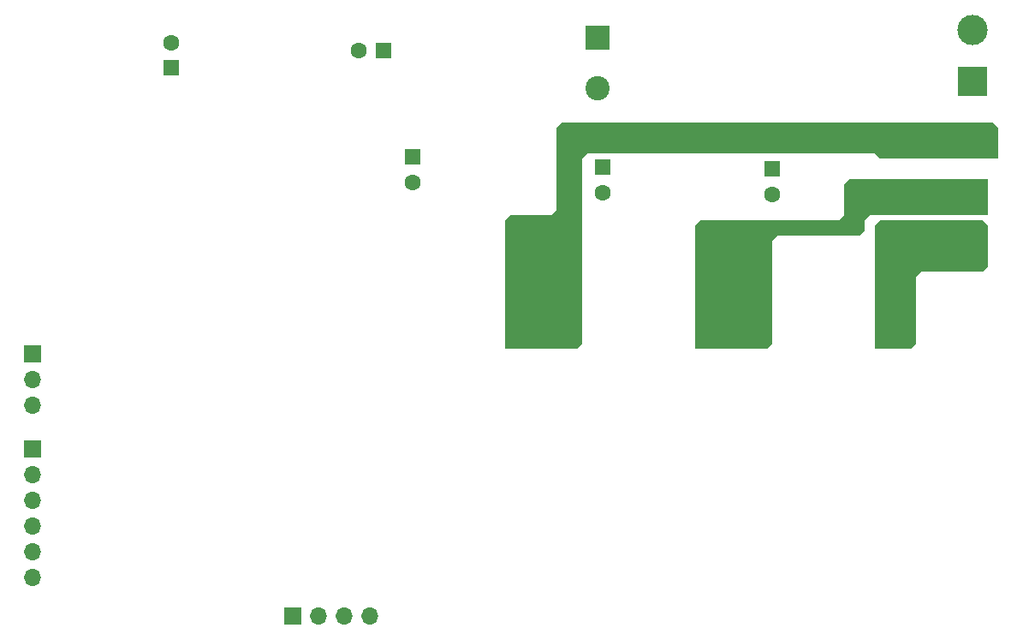
<source format=gbr>
%TF.GenerationSoftware,KiCad,Pcbnew,(6.0.4)*%
%TF.CreationDate,2023-07-08T23:20:56+08:00*%
%TF.ProjectId,STM32G431CBT6,53544d33-3247-4343-9331-434254362e6b,rev?*%
%TF.SameCoordinates,Original*%
%TF.FileFunction,Soldermask,Bot*%
%TF.FilePolarity,Negative*%
%FSLAX46Y46*%
G04 Gerber Fmt 4.6, Leading zero omitted, Abs format (unit mm)*
G04 Created by KiCad (PCBNEW (6.0.4)) date 2023-07-08 23:20:56*
%MOMM*%
%LPD*%
G01*
G04 APERTURE LIST*
%ADD10C,0.000000*%
%ADD11R,3.000000X3.000000*%
%ADD12C,3.000000*%
%ADD13R,1.700000X1.700000*%
%ADD14O,1.700000X1.700000*%
%ADD15R,1.600000X1.600000*%
%ADD16C,1.600000*%
%ADD17R,2.400000X2.400000*%
%ADD18C,2.400000*%
G04 APERTURE END LIST*
D10*
G36*
X167640000Y-83312000D02*
G01*
X167640000Y-87376000D01*
X167132000Y-87884000D01*
X161036000Y-87884000D01*
X160528000Y-88392000D01*
X160528000Y-94996000D01*
X160020000Y-95504000D01*
X156464000Y-95504000D01*
X156464000Y-83312000D01*
X156972000Y-82804000D01*
X167132000Y-82804000D01*
X167640000Y-83312000D01*
G37*
G36*
X168656000Y-73660000D02*
G01*
X168656000Y-76708000D01*
X156972000Y-76708000D01*
X156464000Y-76200000D01*
X128016000Y-76200000D01*
X127508000Y-76708000D01*
X127508000Y-94996000D01*
X127000000Y-95504000D01*
X119888000Y-95504000D01*
X119888000Y-82804000D01*
X120396000Y-82296000D01*
X124460000Y-82296000D01*
X124968000Y-81788000D01*
X124968000Y-73660000D01*
X125476000Y-73152000D01*
X168148000Y-73152000D01*
X168656000Y-73660000D01*
G37*
G36*
X167640000Y-82296000D02*
G01*
X155956000Y-82296000D01*
X155448000Y-82804000D01*
X155448000Y-83820000D01*
X154940000Y-84328000D01*
X146812000Y-84328000D01*
X146304000Y-84836000D01*
X146304000Y-94996000D01*
X145796000Y-95504000D01*
X138684000Y-95504000D01*
X138684000Y-83312000D01*
X139192000Y-82804000D01*
X152908000Y-82804000D01*
X153416000Y-82296000D01*
X153416000Y-79248000D01*
X153924000Y-78740000D01*
X167640000Y-78740000D01*
X167640000Y-82296000D01*
G37*
D11*
%TO.C,J5*%
X166116000Y-69088000D03*
D12*
X166116000Y-64008000D03*
%TD*%
D13*
%TO.C,J1*%
X73152000Y-96027000D03*
D14*
X73152000Y-98567000D03*
X73152000Y-101107000D03*
%TD*%
D13*
%TO.C,J2*%
X98816000Y-121920000D03*
D14*
X101356000Y-121920000D03*
X103896000Y-121920000D03*
X106436000Y-121920000D03*
%TD*%
D15*
%TO.C,C41*%
X86868000Y-67730380D03*
D16*
X86868000Y-65230380D03*
%TD*%
D17*
%TO.C,C29*%
X129032000Y-64732041D03*
D18*
X129032000Y-69732041D03*
%TD*%
D15*
%TO.C,C23*%
X146304000Y-77724000D03*
D16*
X146304000Y-80224000D03*
%TD*%
D13*
%TO.C,J3*%
X73152000Y-105410000D03*
D14*
X73152000Y-107950000D03*
X73152000Y-110490000D03*
X73152000Y-113030000D03*
X73152000Y-115570000D03*
X73152000Y-118110000D03*
%TD*%
D15*
%TO.C,C21*%
X110744000Y-76541621D03*
D16*
X110744000Y-79041621D03*
%TD*%
D15*
%TO.C,C30*%
X107862380Y-66040000D03*
D16*
X105362380Y-66040000D03*
%TD*%
D11*
%TO.C,J4*%
X166116000Y-85344000D03*
D12*
X166116000Y-80264000D03*
X166116000Y-75184000D03*
%TD*%
D15*
%TO.C,C26*%
X129540000Y-77557621D03*
D16*
X129540000Y-80057621D03*
%TD*%
M02*

</source>
